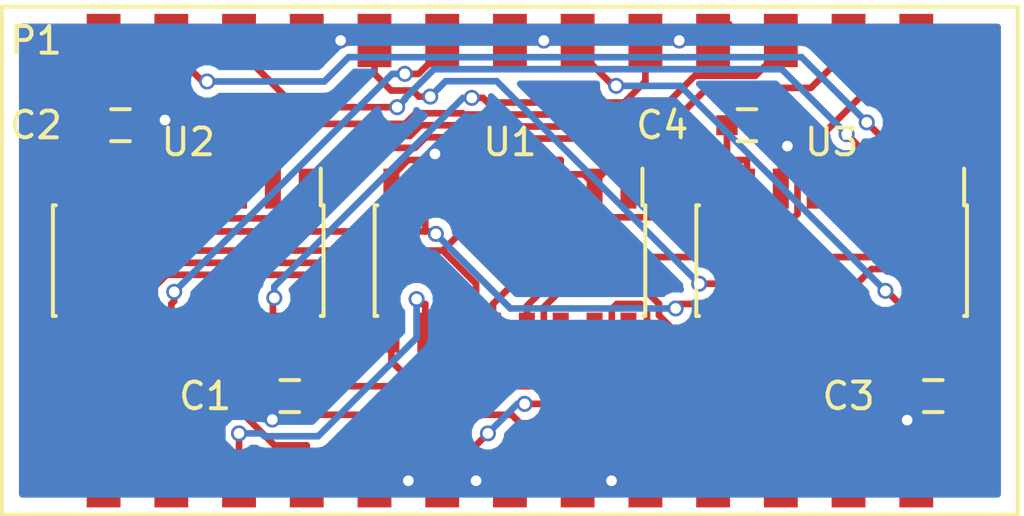
<source format=kicad_pcb>
(kicad_pcb (version 4) (host pcbnew 4.0.1-2.fc23-product)

  (general
    (links 50)
    (no_connects 0)
    (area 85.089499 87.629499 123.190501 106.680501)
    (thickness 1.6)
    (drawings 4)
    (tracks 333)
    (zones 0)
    (modules 8)
    (nets 23)
  )

  (page A4)
  (layers
    (0 F.Cu signal)
    (31 B.Cu signal)
    (32 B.Adhes user)
    (33 F.Adhes user)
    (34 B.Paste user)
    (35 F.Paste user)
    (36 B.SilkS user)
    (37 F.SilkS user)
    (38 B.Mask user)
    (39 F.Mask user)
    (40 Dwgs.User user)
    (41 Cmts.User user)
    (42 Eco1.User user)
    (43 Eco2.User user)
    (44 Edge.Cuts user)
    (45 Margin user)
    (46 B.CrtYd user)
    (47 F.CrtYd user)
    (48 B.Fab user)
    (49 F.Fab user)
  )

  (setup
    (last_trace_width 0.25)
    (trace_clearance 0.2)
    (zone_clearance 0.3)
    (zone_45_only no)
    (trace_min 0.2)
    (segment_width 0.2)
    (edge_width 0.15)
    (via_size 0.6)
    (via_drill 0.4)
    (via_min_size 0.4)
    (via_min_drill 0.3)
    (uvia_size 0.3)
    (uvia_drill 0.1)
    (uvias_allowed no)
    (uvia_min_size 0.2)
    (uvia_min_drill 0.1)
    (pcb_text_width 0.3)
    (pcb_text_size 1.5 1.5)
    (mod_edge_width 0.15)
    (mod_text_size 1 1)
    (mod_text_width 0.15)
    (pad_size 1.524 1.524)
    (pad_drill 0.762)
    (pad_to_mask_clearance 0.1524)
    (aux_axis_origin 0 0)
    (grid_origin 129.54 127)
    (visible_elements FFFFFF7F)
    (pcbplotparams
      (layerselection 0x00030_80000001)
      (usegerberextensions false)
      (excludeedgelayer true)
      (linewidth 0.100000)
      (plotframeref false)
      (viasonmask false)
      (mode 1)
      (useauxorigin false)
      (hpglpennumber 1)
      (hpglpenspeed 20)
      (hpglpendiameter 15)
      (hpglpenoverlay 2)
      (psnegative false)
      (psa4output false)
      (plotreference true)
      (plotvalue true)
      (plotinvisibletext false)
      (padsonsilk false)
      (subtractmaskfromsilk false)
      (outputformat 1)
      (mirror false)
      (drillshape 0)
      (scaleselection 1)
      (outputdirectory ""))
  )

  (net 0 "")
  (net 1 /CH_5-)
  (net 2 /OUT-)
  (net 3 GND)
  (net 4 /CH_4-)
  (net 5 /CH_4+)
  (net 6 /CH_3-)
  (net 7 /CH_3+)
  (net 8 /OUT+)
  (net 9 /CH_5+)
  (net 10 /~VS3)
  (net 11 /~VS4)
  (net 12 VCC)
  (net 13 /CH_2-)
  (net 14 /CH_2+)
  (net 15 /CH_1-)
  (net 16 /CH_1+)
  (net 17 /~VS1)
  (net 18 /~VS2)
  (net 19 VEE)
  (net 20 /SEL_C)
  (net 21 /SEL_B)
  (net 22 /SEL_A)

  (net_class Default "This is the default net class."
    (clearance 0.2)
    (trace_width 0.25)
    (via_dia 0.6)
    (via_drill 0.4)
    (uvia_dia 0.3)
    (uvia_drill 0.1)
    (add_net /CH_1+)
    (add_net /CH_1-)
    (add_net /CH_2+)
    (add_net /CH_2-)
    (add_net /CH_3+)
    (add_net /CH_3-)
    (add_net /CH_4+)
    (add_net /CH_4-)
    (add_net /CH_5+)
    (add_net /CH_5-)
    (add_net /OUT+)
    (add_net /OUT-)
    (add_net /SEL_A)
    (add_net /SEL_B)
    (add_net /SEL_C)
    (add_net /~VS1)
    (add_net /~VS2)
    (add_net /~VS3)
    (add_net /~VS4)
    (add_net GND)
    (add_net VCC)
    (add_net VEE)
  )

  (module Connect:HE10_26D (layer B.Cu) (tedit 576EB536) (tstamp 576DFABF)
    (at 123.19 87.63 180)
    (descr "Connecteur HE10 26 contacts droit")
    (tags "CONN HE10")
    (path /576DD90D)
    (fp_text reference P1 (at 36.83 -1.27 180) (layer F.SilkS)
      (effects (font (size 1 1) (thickness 0.15)))
    )
    (fp_text value DIL_26 (at 2.54 -15.24 180) (layer B.Fab)
      (effects (font (size 1 1) (thickness 0.15)) (justify mirror))
    )
    (fp_line (start 38.1 0) (end 0 0) (layer F.CrtYd) (width 0.15))
    (fp_line (start 38.1 -3.175) (end 38.1 0) (layer F.CrtYd) (width 0.15))
    (fp_line (start 0 -3.175) (end 38.1 -3.175) (layer F.CrtYd) (width 0.15))
    (fp_line (start 0 0) (end 0 -3.175) (layer F.CrtYd) (width 0.15))
    (fp_line (start 38.1 -19.05) (end 0 -19.05) (layer F.CrtYd) (width 0.15))
    (fp_line (start 38.1 -15.875) (end 38.1 -19.05) (layer F.CrtYd) (width 0.15))
    (fp_line (start 0 -15.875) (end 38.1 -15.875) (layer F.CrtYd) (width 0.15))
    (fp_line (start 0 -19.05) (end 0 -15.875) (layer F.CrtYd) (width 0.15))
    (fp_line (start 38.1 0) (end 0 0) (layer F.SilkS) (width 0.15))
    (fp_line (start 38.1 -19.05) (end 38.1 0) (layer F.SilkS) (width 0.15))
    (fp_line (start 0 -19.05) (end 38.1 -19.05) (layer F.SilkS) (width 0.15))
    (fp_line (start 0 0) (end 0 -19.05) (layer F.SilkS) (width 0.15))
    (pad 13 connect rect (at 3.81 -1.27 180) (size 1.27 2) (layers F.Cu F.Mask)
      (net 10 /~VS3))
    (pad 12 connect rect (at 6.35 -1.27 180) (size 1.27 2) (layers F.Cu F.Mask)
      (net 9 /CH_5+))
    (pad 11 connect rect (at 8.89 -1.27 180) (size 1.27 2) (layers F.Cu F.Mask)
      (net 8 /OUT+))
    (pad 10 connect rect (at 11.43 -1.27 180) (size 1.27 2) (layers F.Cu F.Mask)
      (net 3 GND))
    (pad 9 connect rect (at 13.97 -1.27 180) (size 1.27 2) (layers F.Cu F.Mask)
      (net 7 /CH_3+))
    (pad 8 connect rect (at 16.51 -1.27 180) (size 1.27 2) (layers F.Cu F.Mask)
      (net 6 /CH_3-))
    (pad 7 connect rect (at 19.05 -1.27 180) (size 1.27 2) (layers F.Cu F.Mask)
      (net 3 GND))
    (pad 6 connect rect (at 21.59 -1.27 180) (size 1.27 2) (layers F.Cu F.Mask)
      (net 5 /CH_4+))
    (pad 5 connect rect (at 24.13 -1.27 180) (size 1.27 2) (layers F.Cu F.Mask)
      (net 4 /CH_4-))
    (pad 4 connect rect (at 26.67 -1.27 180) (size 1.27 2) (layers F.Cu F.Mask)
      (net 3 GND))
    (pad 3 connect rect (at 29.21 -1.27 180) (size 1.27 2) (layers F.Cu F.Mask)
      (net 2 /OUT-))
    (pad 2 connect rect (at 31.75 -1.27 180) (size 1.27 2) (layers F.Cu F.Mask)
      (net 1 /CH_5-))
    (pad 1 connect rect (at 34.29 -1.27 180) (size 1.27 2) (layers F.Cu F.Mask))
    (pad 26 connect rect (at 34.29 -17.78 180) (size 1.27 2) (layers F.Cu F.Mask)
      (net 19 VEE))
    (pad 25 connect rect (at 31.75 -17.78 180) (size 1.27 2) (layers F.Cu F.Mask)
      (net 18 /~VS2))
    (pad 24 connect rect (at 29.21 -17.78 180) (size 1.27 2) (layers F.Cu F.Mask)
      (net 17 /~VS1))
    (pad 23 connect rect (at 26.67 -17.78 180) (size 1.27 2) (layers F.Cu F.Mask)
      (net 16 /CH_1+))
    (pad 22 connect rect (at 24.13 -17.78 180) (size 1.27 2) (layers F.Cu F.Mask)
      (net 3 GND))
    (pad 21 connect rect (at 21.59 -17.78 180) (size 1.27 2) (layers F.Cu F.Mask)
      (net 15 /CH_1-))
    (pad 20 connect rect (at 19.05 -17.78 180) (size 1.27 2) (layers F.Cu F.Mask)
      (net 3 GND))
    (pad 19 connect rect (at 16.51 -17.78 180) (size 1.27 2) (layers F.Cu F.Mask)
      (net 14 /CH_2+))
    (pad 18 connect rect (at 13.97 -17.78 180) (size 1.27 2) (layers F.Cu F.Mask)
      (net 3 GND))
    (pad 17 connect rect (at 11.43 -17.78 180) (size 1.27 2) (layers F.Cu F.Mask)
      (net 13 /CH_2-))
    (pad 16 connect rect (at 8.89 -17.78 180) (size 1.27 2) (layers F.Cu F.Mask))
    (pad 15 connect rect (at 6.35 -17.78 180) (size 1.27 2) (layers F.Cu F.Mask)
      (net 12 VCC))
    (pad 14 connect rect (at 3.81 -17.78 180) (size 1.27 2) (layers F.Cu F.Mask)
      (net 11 /~VS4))
  )

  (module Housings_SOIC:SOIC-16_3.9x9.9mm_Pitch1.27mm (layer F.Cu) (tedit 54130A77) (tstamp 576DFAD3)
    (at 104.14 97.155 270)
    (descr "16-Lead Plastic Small Outline (SL) - Narrow, 3.90 mm Body [SOIC] (see Microchip Packaging Specification 00000049BS.pdf)")
    (tags "SOIC 1.27")
    (path /576DF250)
    (attr smd)
    (fp_text reference U1 (at -4.445 0 360) (layer F.SilkS)
      (effects (font (size 1 1) (thickness 0.15)))
    )
    (fp_text value 74LS148 (at 0 6 270) (layer F.Fab)
      (effects (font (size 1 1) (thickness 0.15)))
    )
    (fp_line (start -3.7 -5.25) (end -3.7 5.25) (layer F.CrtYd) (width 0.05))
    (fp_line (start 3.7 -5.25) (end 3.7 5.25) (layer F.CrtYd) (width 0.05))
    (fp_line (start -3.7 -5.25) (end 3.7 -5.25) (layer F.CrtYd) (width 0.05))
    (fp_line (start -3.7 5.25) (end 3.7 5.25) (layer F.CrtYd) (width 0.05))
    (fp_line (start -2.075 -5.075) (end -2.075 -4.97) (layer F.SilkS) (width 0.15))
    (fp_line (start 2.075 -5.075) (end 2.075 -4.97) (layer F.SilkS) (width 0.15))
    (fp_line (start 2.075 5.075) (end 2.075 4.97) (layer F.SilkS) (width 0.15))
    (fp_line (start -2.075 5.075) (end -2.075 4.97) (layer F.SilkS) (width 0.15))
    (fp_line (start -2.075 -5.075) (end 2.075 -5.075) (layer F.SilkS) (width 0.15))
    (fp_line (start -2.075 5.075) (end 2.075 5.075) (layer F.SilkS) (width 0.15))
    (fp_line (start -2.075 -4.97) (end -3.45 -4.97) (layer F.SilkS) (width 0.15))
    (pad 1 smd rect (at -2.7 -4.445 270) (size 1.5 0.6) (layers F.Cu F.Paste F.Mask)
      (net 3 GND))
    (pad 2 smd rect (at -2.7 -3.175 270) (size 1.5 0.6) (layers F.Cu F.Paste F.Mask)
      (net 3 GND))
    (pad 3 smd rect (at -2.7 -1.905 270) (size 1.5 0.6) (layers F.Cu F.Paste F.Mask)
      (net 3 GND))
    (pad 4 smd rect (at -2.7 -0.635 270) (size 1.5 0.6) (layers F.Cu F.Paste F.Mask)
      (net 3 GND))
    (pad 5 smd rect (at -2.7 0.635 270) (size 1.5 0.6) (layers F.Cu F.Paste F.Mask)
      (net 3 GND))
    (pad 6 smd rect (at -2.7 1.905 270) (size 1.5 0.6) (layers F.Cu F.Paste F.Mask)
      (net 20 /SEL_C))
    (pad 7 smd rect (at -2.7 3.175 270) (size 1.5 0.6) (layers F.Cu F.Paste F.Mask)
      (net 21 /SEL_B))
    (pad 8 smd rect (at -2.7 4.445 270) (size 1.5 0.6) (layers F.Cu F.Paste F.Mask)
      (net 3 GND))
    (pad 9 smd rect (at 2.7 4.445 270) (size 1.5 0.6) (layers F.Cu F.Paste F.Mask)
      (net 22 /SEL_A))
    (pad 10 smd rect (at 2.7 3.175 270) (size 1.5 0.6) (layers F.Cu F.Paste F.Mask)
      (net 17 /~VS1))
    (pad 11 smd rect (at 2.7 1.905 270) (size 1.5 0.6) (layers F.Cu F.Paste F.Mask)
      (net 18 /~VS2))
    (pad 12 smd rect (at 2.7 0.635 270) (size 1.5 0.6) (layers F.Cu F.Paste F.Mask)
      (net 10 /~VS3))
    (pad 13 smd rect (at 2.7 -0.635 270) (size 1.5 0.6) (layers F.Cu F.Paste F.Mask)
      (net 11 /~VS4))
    (pad 14 smd rect (at 2.7 -1.905 270) (size 1.5 0.6) (layers F.Cu F.Paste F.Mask))
    (pad 15 smd rect (at 2.7 -3.175 270) (size 1.5 0.6) (layers F.Cu F.Paste F.Mask))
    (pad 16 smd rect (at 2.7 -4.445 270) (size 1.5 0.6) (layers F.Cu F.Paste F.Mask)
      (net 12 VCC))
    (model Housings_SOIC.3dshapes/SOIC-16_3.9x9.9mm_Pitch1.27mm.wrl
      (at (xyz 0 0 0))
      (scale (xyz 1 1 1))
      (rotate (xyz 0 0 0))
    )
  )

  (module Housings_SOIC:SOIC-16_3.9x9.9mm_Pitch1.27mm (layer F.Cu) (tedit 54130A77) (tstamp 576DFAE7)
    (at 92.075 97.155 270)
    (descr "16-Lead Plastic Small Outline (SL) - Narrow, 3.90 mm Body [SOIC] (see Microchip Packaging Specification 00000049BS.pdf)")
    (tags "SOIC 1.27")
    (path /576DE5C7)
    (attr smd)
    (fp_text reference U2 (at -4.445 0 360) (layer F.SilkS)
      (effects (font (size 1 1) (thickness 0.15)))
    )
    (fp_text value 4051 (at 0 6 270) (layer F.Fab)
      (effects (font (size 1 1) (thickness 0.15)))
    )
    (fp_line (start -3.7 -5.25) (end -3.7 5.25) (layer F.CrtYd) (width 0.05))
    (fp_line (start 3.7 -5.25) (end 3.7 5.25) (layer F.CrtYd) (width 0.05))
    (fp_line (start -3.7 -5.25) (end 3.7 -5.25) (layer F.CrtYd) (width 0.05))
    (fp_line (start -3.7 5.25) (end 3.7 5.25) (layer F.CrtYd) (width 0.05))
    (fp_line (start -2.075 -5.075) (end -2.075 -4.97) (layer F.SilkS) (width 0.15))
    (fp_line (start 2.075 -5.075) (end 2.075 -4.97) (layer F.SilkS) (width 0.15))
    (fp_line (start 2.075 5.075) (end 2.075 4.97) (layer F.SilkS) (width 0.15))
    (fp_line (start -2.075 5.075) (end -2.075 4.97) (layer F.SilkS) (width 0.15))
    (fp_line (start -2.075 -5.075) (end 2.075 -5.075) (layer F.SilkS) (width 0.15))
    (fp_line (start -2.075 5.075) (end 2.075 5.075) (layer F.SilkS) (width 0.15))
    (fp_line (start -2.075 -4.97) (end -3.45 -4.97) (layer F.SilkS) (width 0.15))
    (pad 1 smd rect (at -2.7 -4.445 270) (size 1.5 0.6) (layers F.Cu F.Paste F.Mask)
      (net 9 /CH_5+))
    (pad 2 smd rect (at -2.7 -3.175 270) (size 1.5 0.6) (layers F.Cu F.Paste F.Mask))
    (pad 3 smd rect (at -2.7 -1.905 270) (size 1.5 0.6) (layers F.Cu F.Paste F.Mask)
      (net 8 /OUT+))
    (pad 4 smd rect (at -2.7 -0.635 270) (size 1.5 0.6) (layers F.Cu F.Paste F.Mask))
    (pad 5 smd rect (at -2.7 0.635 270) (size 1.5 0.6) (layers F.Cu F.Paste F.Mask))
    (pad 6 smd rect (at -2.7 1.905 270) (size 1.5 0.6) (layers F.Cu F.Paste F.Mask)
      (net 3 GND))
    (pad 7 smd rect (at -2.7 3.175 270) (size 1.5 0.6) (layers F.Cu F.Paste F.Mask)
      (net 19 VEE))
    (pad 8 smd rect (at -2.7 4.445 270) (size 1.5 0.6) (layers F.Cu F.Paste F.Mask)
      (net 19 VEE))
    (pad 9 smd rect (at 2.7 4.445 270) (size 1.5 0.6) (layers F.Cu F.Paste F.Mask)
      (net 20 /SEL_C))
    (pad 10 smd rect (at 2.7 3.175 270) (size 1.5 0.6) (layers F.Cu F.Paste F.Mask)
      (net 21 /SEL_B))
    (pad 11 smd rect (at 2.7 1.905 270) (size 1.5 0.6) (layers F.Cu F.Paste F.Mask)
      (net 22 /SEL_A))
    (pad 12 smd rect (at 2.7 0.635 270) (size 1.5 0.6) (layers F.Cu F.Paste F.Mask)
      (net 5 /CH_4+))
    (pad 13 smd rect (at 2.7 -0.635 270) (size 1.5 0.6) (layers F.Cu F.Paste F.Mask)
      (net 16 /CH_1+))
    (pad 14 smd rect (at 2.7 -1.905 270) (size 1.5 0.6) (layers F.Cu F.Paste F.Mask)
      (net 14 /CH_2+))
    (pad 15 smd rect (at 2.7 -3.175 270) (size 1.5 0.6) (layers F.Cu F.Paste F.Mask)
      (net 7 /CH_3+))
    (pad 16 smd rect (at 2.7 -4.445 270) (size 1.5 0.6) (layers F.Cu F.Paste F.Mask)
      (net 12 VCC))
    (model Housings_SOIC.3dshapes/SOIC-16_3.9x9.9mm_Pitch1.27mm.wrl
      (at (xyz 0 0 0))
      (scale (xyz 1 1 1))
      (rotate (xyz 0 0 0))
    )
  )

  (module Housings_SOIC:SOIC-16_3.9x9.9mm_Pitch1.27mm (layer F.Cu) (tedit 54130A77) (tstamp 576DFAFB)
    (at 116.205 97.155 270)
    (descr "16-Lead Plastic Small Outline (SL) - Narrow, 3.90 mm Body [SOIC] (see Microchip Packaging Specification 00000049BS.pdf)")
    (tags "SOIC 1.27")
    (path /576DE5E0)
    (attr smd)
    (fp_text reference U3 (at -4.445 0 360) (layer F.SilkS)
      (effects (font (size 1 1) (thickness 0.15)))
    )
    (fp_text value 4051 (at 0 6 270) (layer F.Fab)
      (effects (font (size 1 1) (thickness 0.15)))
    )
    (fp_line (start -3.7 -5.25) (end -3.7 5.25) (layer F.CrtYd) (width 0.05))
    (fp_line (start 3.7 -5.25) (end 3.7 5.25) (layer F.CrtYd) (width 0.05))
    (fp_line (start -3.7 -5.25) (end 3.7 -5.25) (layer F.CrtYd) (width 0.05))
    (fp_line (start -3.7 5.25) (end 3.7 5.25) (layer F.CrtYd) (width 0.05))
    (fp_line (start -2.075 -5.075) (end -2.075 -4.97) (layer F.SilkS) (width 0.15))
    (fp_line (start 2.075 -5.075) (end 2.075 -4.97) (layer F.SilkS) (width 0.15))
    (fp_line (start 2.075 5.075) (end 2.075 4.97) (layer F.SilkS) (width 0.15))
    (fp_line (start -2.075 5.075) (end -2.075 4.97) (layer F.SilkS) (width 0.15))
    (fp_line (start -2.075 -5.075) (end 2.075 -5.075) (layer F.SilkS) (width 0.15))
    (fp_line (start -2.075 5.075) (end 2.075 5.075) (layer F.SilkS) (width 0.15))
    (fp_line (start -2.075 -4.97) (end -3.45 -4.97) (layer F.SilkS) (width 0.15))
    (pad 1 smd rect (at -2.7 -4.445 270) (size 1.5 0.6) (layers F.Cu F.Paste F.Mask)
      (net 1 /CH_5-))
    (pad 2 smd rect (at -2.7 -3.175 270) (size 1.5 0.6) (layers F.Cu F.Paste F.Mask))
    (pad 3 smd rect (at -2.7 -1.905 270) (size 1.5 0.6) (layers F.Cu F.Paste F.Mask)
      (net 2 /OUT-))
    (pad 4 smd rect (at -2.7 -0.635 270) (size 1.5 0.6) (layers F.Cu F.Paste F.Mask))
    (pad 5 smd rect (at -2.7 0.635 270) (size 1.5 0.6) (layers F.Cu F.Paste F.Mask))
    (pad 6 smd rect (at -2.7 1.905 270) (size 1.5 0.6) (layers F.Cu F.Paste F.Mask)
      (net 3 GND))
    (pad 7 smd rect (at -2.7 3.175 270) (size 1.5 0.6) (layers F.Cu F.Paste F.Mask)
      (net 19 VEE))
    (pad 8 smd rect (at -2.7 4.445 270) (size 1.5 0.6) (layers F.Cu F.Paste F.Mask)
      (net 19 VEE))
    (pad 9 smd rect (at 2.7 4.445 270) (size 1.5 0.6) (layers F.Cu F.Paste F.Mask)
      (net 20 /SEL_C))
    (pad 10 smd rect (at 2.7 3.175 270) (size 1.5 0.6) (layers F.Cu F.Paste F.Mask)
      (net 21 /SEL_B))
    (pad 11 smd rect (at 2.7 1.905 270) (size 1.5 0.6) (layers F.Cu F.Paste F.Mask)
      (net 22 /SEL_A))
    (pad 12 smd rect (at 2.7 0.635 270) (size 1.5 0.6) (layers F.Cu F.Paste F.Mask)
      (net 4 /CH_4-))
    (pad 13 smd rect (at 2.7 -0.635 270) (size 1.5 0.6) (layers F.Cu F.Paste F.Mask)
      (net 15 /CH_1-))
    (pad 14 smd rect (at 2.7 -1.905 270) (size 1.5 0.6) (layers F.Cu F.Paste F.Mask)
      (net 13 /CH_2-))
    (pad 15 smd rect (at 2.7 -3.175 270) (size 1.5 0.6) (layers F.Cu F.Paste F.Mask)
      (net 6 /CH_3-))
    (pad 16 smd rect (at 2.7 -4.445 270) (size 1.5 0.6) (layers F.Cu F.Paste F.Mask)
      (net 12 VCC))
    (model Housings_SOIC.3dshapes/SOIC-16_3.9x9.9mm_Pitch1.27mm.wrl
      (at (xyz 0 0 0))
      (scale (xyz 1 1 1))
      (rotate (xyz 0 0 0))
    )
  )

  (module Capacitors_SMD:C_0603 (layer F.Cu) (tedit 5415D631) (tstamp 576F768E)
    (at 95.885 102.235 180)
    (descr "Capacitor SMD 0603, reflow soldering, AVX (see smccp.pdf)")
    (tags "capacitor 0603")
    (path /576F76A0)
    (attr smd)
    (fp_text reference C1 (at 3.175 0 180) (layer F.SilkS)
      (effects (font (size 1 1) (thickness 0.15)))
    )
    (fp_text value C (at 0 1.9 180) (layer F.Fab)
      (effects (font (size 1 1) (thickness 0.15)))
    )
    (fp_line (start -1.45 -0.75) (end 1.45 -0.75) (layer F.CrtYd) (width 0.05))
    (fp_line (start -1.45 0.75) (end 1.45 0.75) (layer F.CrtYd) (width 0.05))
    (fp_line (start -1.45 -0.75) (end -1.45 0.75) (layer F.CrtYd) (width 0.05))
    (fp_line (start 1.45 -0.75) (end 1.45 0.75) (layer F.CrtYd) (width 0.05))
    (fp_line (start -0.35 -0.6) (end 0.35 -0.6) (layer F.SilkS) (width 0.15))
    (fp_line (start 0.35 0.6) (end -0.35 0.6) (layer F.SilkS) (width 0.15))
    (pad 1 smd rect (at -0.75 0 180) (size 0.8 0.75) (layers F.Cu F.Paste F.Mask)
      (net 12 VCC))
    (pad 2 smd rect (at 0.75 0 180) (size 0.8 0.75) (layers F.Cu F.Paste F.Mask)
      (net 3 GND))
    (model Capacitors_SMD.3dshapes/C_0603.wrl
      (at (xyz 0 0 0))
      (scale (xyz 1 1 1))
      (rotate (xyz 0 0 0))
    )
  )

  (module Capacitors_SMD:C_0603 (layer F.Cu) (tedit 5415D631) (tstamp 576F7694)
    (at 89.535 92.075 180)
    (descr "Capacitor SMD 0603, reflow soldering, AVX (see smccp.pdf)")
    (tags "capacitor 0603")
    (path /576F7721)
    (attr smd)
    (fp_text reference C2 (at 3.175 0 180) (layer F.SilkS)
      (effects (font (size 1 1) (thickness 0.15)))
    )
    (fp_text value C (at 0 1.9 180) (layer F.Fab)
      (effects (font (size 1 1) (thickness 0.15)))
    )
    (fp_line (start -1.45 -0.75) (end 1.45 -0.75) (layer F.CrtYd) (width 0.05))
    (fp_line (start -1.45 0.75) (end 1.45 0.75) (layer F.CrtYd) (width 0.05))
    (fp_line (start -1.45 -0.75) (end -1.45 0.75) (layer F.CrtYd) (width 0.05))
    (fp_line (start 1.45 -0.75) (end 1.45 0.75) (layer F.CrtYd) (width 0.05))
    (fp_line (start -0.35 -0.6) (end 0.35 -0.6) (layer F.SilkS) (width 0.15))
    (fp_line (start 0.35 0.6) (end -0.35 0.6) (layer F.SilkS) (width 0.15))
    (pad 1 smd rect (at -0.75 0 180) (size 0.8 0.75) (layers F.Cu F.Paste F.Mask)
      (net 3 GND))
    (pad 2 smd rect (at 0.75 0 180) (size 0.8 0.75) (layers F.Cu F.Paste F.Mask)
      (net 19 VEE))
    (model Capacitors_SMD.3dshapes/C_0603.wrl
      (at (xyz 0 0 0))
      (scale (xyz 1 1 1))
      (rotate (xyz 0 0 0))
    )
  )

  (module Capacitors_SMD:C_0603 (layer F.Cu) (tedit 5415D631) (tstamp 576F769A)
    (at 120.015 102.235 180)
    (descr "Capacitor SMD 0603, reflow soldering, AVX (see smccp.pdf)")
    (tags "capacitor 0603")
    (path /576F76DD)
    (attr smd)
    (fp_text reference C3 (at 3.175 0 180) (layer F.SilkS)
      (effects (font (size 1 1) (thickness 0.15)))
    )
    (fp_text value C (at 0 1.9 180) (layer F.Fab)
      (effects (font (size 1 1) (thickness 0.15)))
    )
    (fp_line (start -1.45 -0.75) (end 1.45 -0.75) (layer F.CrtYd) (width 0.05))
    (fp_line (start -1.45 0.75) (end 1.45 0.75) (layer F.CrtYd) (width 0.05))
    (fp_line (start -1.45 -0.75) (end -1.45 0.75) (layer F.CrtYd) (width 0.05))
    (fp_line (start 1.45 -0.75) (end 1.45 0.75) (layer F.CrtYd) (width 0.05))
    (fp_line (start -0.35 -0.6) (end 0.35 -0.6) (layer F.SilkS) (width 0.15))
    (fp_line (start 0.35 0.6) (end -0.35 0.6) (layer F.SilkS) (width 0.15))
    (pad 1 smd rect (at -0.75 0 180) (size 0.8 0.75) (layers F.Cu F.Paste F.Mask)
      (net 12 VCC))
    (pad 2 smd rect (at 0.75 0 180) (size 0.8 0.75) (layers F.Cu F.Paste F.Mask)
      (net 3 GND))
    (model Capacitors_SMD.3dshapes/C_0603.wrl
      (at (xyz 0 0 0))
      (scale (xyz 1 1 1))
      (rotate (xyz 0 0 0))
    )
  )

  (module Capacitors_SMD:C_0603 (layer F.Cu) (tedit 5415D631) (tstamp 576F76A0)
    (at 113.03 92.075 180)
    (descr "Capacitor SMD 0603, reflow soldering, AVX (see smccp.pdf)")
    (tags "capacitor 0603")
    (path /576F76FE)
    (attr smd)
    (fp_text reference C4 (at 3.175 0 180) (layer F.SilkS)
      (effects (font (size 1 1) (thickness 0.15)))
    )
    (fp_text value C (at 0 1.9 180) (layer F.Fab)
      (effects (font (size 1 1) (thickness 0.15)))
    )
    (fp_line (start -1.45 -0.75) (end 1.45 -0.75) (layer F.CrtYd) (width 0.05))
    (fp_line (start -1.45 0.75) (end 1.45 0.75) (layer F.CrtYd) (width 0.05))
    (fp_line (start -1.45 -0.75) (end -1.45 0.75) (layer F.CrtYd) (width 0.05))
    (fp_line (start 1.45 -0.75) (end 1.45 0.75) (layer F.CrtYd) (width 0.05))
    (fp_line (start -0.35 -0.6) (end 0.35 -0.6) (layer F.SilkS) (width 0.15))
    (fp_line (start 0.35 0.6) (end -0.35 0.6) (layer F.SilkS) (width 0.15))
    (pad 1 smd rect (at -0.75 0 180) (size 0.8 0.75) (layers F.Cu F.Paste F.Mask)
      (net 3 GND))
    (pad 2 smd rect (at 0.75 0 180) (size 0.8 0.75) (layers F.Cu F.Paste F.Mask)
      (net 19 VEE))
    (model Capacitors_SMD.3dshapes/C_0603.wrl
      (at (xyz 0 0 0))
      (scale (xyz 1 1 1))
      (rotate (xyz 0 0 0))
    )
  )

  (gr_line (start 123.19 106.68) (end 85.09 106.68) (layer Edge.Cuts) (width 0.001))
  (gr_line (start 123.19 87.63) (end 123.19 106.68) (layer Edge.Cuts) (width 0.001))
  (gr_line (start 85.09 87.63) (end 123.19 87.63) (layer Edge.Cuts) (width 0.001))
  (gr_line (start 85.09 106.68) (end 85.09 87.63) (layer Edge.Cuts) (width 0.001))

  (segment (start 117.5227 91.9687) (end 115.079001 89.525001) (width 0.25) (layer B.Cu) (net 1))
  (segment (start 98.090002 89.525002) (end 97.179881 90.435123) (width 0.25) (layer B.Cu) (net 1))
  (segment (start 115.079001 89.525001) (end 98.090002 89.525002) (width 0.25) (layer B.Cu) (net 1))
  (segment (start 97.179881 90.435123) (end 93.207498 90.435123) (width 0.25) (layer B.Cu) (net 1))
  (segment (start 93.207498 90.435123) (end 92.783234 90.435123) (width 0.25) (layer B.Cu) (net 1))
  (segment (start 91.44 89.265) (end 92.610123 90.435123) (width 0.25) (layer F.Cu) (net 1))
  (segment (start 91.44 88.9) (end 91.44 89.265) (width 0.25) (layer F.Cu) (net 1))
  (segment (start 92.610123 90.435123) (end 92.783234 90.435123) (width 0.25) (layer F.Cu) (net 1))
  (via (at 92.783234 90.435123) (size 0.6) (drill 0.4) (layers F.Cu B.Cu) (net 1))
  (via (at 117.5227 91.9687) (size 0.6) (layers F.Cu B.Cu) (net 1))
  (segment (start 118.9337 93.3797) (end 117.5227 91.9687) (width 0.25) (layer F.Cu) (net 1))
  (segment (start 120.65 93.3797) (end 118.9337 93.3797) (width 0.25) (layer F.Cu) (net 1))
  (segment (start 120.65 94.455) (end 120.65 93.3797) (width 0.25) (layer F.Cu) (net 1) (status 10))
  (segment (start 101.295025 89.975013) (end 100.209799 91.060239) (width 0.25) (layer B.Cu) (net 2))
  (segment (start 100.209799 91.100045) (end 99.9098 91.400044) (width 0.25) (layer B.Cu) (net 2))
  (segment (start 100.209799 91.060239) (end 100.209799 91.100045) (width 0.25) (layer B.Cu) (net 2))
  (segment (start 114.332412 89.975012) (end 101.295025 89.975013) (width 0.25) (layer B.Cu) (net 2))
  (segment (start 116.7683 92.4109) (end 114.332412 89.975012) (width 0.25) (layer B.Cu) (net 2))
  (segment (start 93.98 89.265) (end 96.115044 91.400044) (width 0.25) (layer F.Cu) (net 2))
  (segment (start 99.485536 91.400044) (end 99.9098 91.400044) (width 0.25) (layer F.Cu) (net 2))
  (segment (start 96.115044 91.400044) (end 99.485536 91.400044) (width 0.25) (layer F.Cu) (net 2))
  (via (at 99.9098 91.400044) (size 0.6) (drill 0.4) (layers F.Cu B.Cu) (net 2))
  (segment (start 93.98 88.9) (end 93.98 89.265) (width 0.25) (layer F.Cu) (net 2))
  (via (at 116.7683 92.4109) (size 0.6) (layers F.Cu B.Cu) (net 2))
  (segment (start 117.7371 93.3797) (end 116.7683 92.4109) (width 0.25) (layer F.Cu) (net 2))
  (segment (start 118.11 93.3797) (end 117.7371 93.3797) (width 0.25) (layer F.Cu) (net 2))
  (segment (start 118.11 94.455) (end 118.11 93.3797) (width 0.25) (layer F.Cu) (net 2) (status 10))
  (segment (start 99.695 94.455) (end 99.695 94.005) (width 0.25) (layer F.Cu) (net 3))
  (segment (start 103.505 93.9173) (end 102.740912 93.153212) (width 0.25) (layer F.Cu) (net 3))
  (segment (start 100.3203 93.3797) (end 101.102212 93.3797) (width 0.25) (layer F.Cu) (net 3))
  (segment (start 99.695 94.005) (end 100.3203 93.3797) (width 0.25) (layer F.Cu) (net 3))
  (segment (start 101.102212 93.3797) (end 101.3287 93.153212) (width 0.25) (layer F.Cu) (net 3))
  (segment (start 102.740912 93.153212) (end 101.752964 93.153212) (width 0.25) (layer F.Cu) (net 3))
  (segment (start 101.752964 93.153212) (end 101.3287 93.153212) (width 0.25) (layer F.Cu) (net 3))
  (via (at 101.3287 93.153212) (size 0.6) (drill 0.4) (layers F.Cu B.Cu) (net 3))
  (segment (start 114.845399 93.160899) (end 114.5454 92.8609) (width 0.25) (layer B.Cu) (net 3))
  (segment (start 119.358003 97.673503) (end 114.845399 93.160899) (width 0.25) (layer B.Cu) (net 3))
  (segment (start 119.358003 102.815797) (end 119.358003 97.673503) (width 0.25) (layer B.Cu) (net 3))
  (segment (start 119.0374 103.1364) (end 119.358003 102.815797) (width 0.25) (layer B.Cu) (net 3))
  (segment (start 97.79 88.9) (end 96.52 88.9) (width 0.25) (layer F.Cu) (net 3) (status 20))
  (segment (start 105.41 88.9) (end 97.79 88.9) (width 0.25) (layer B.Cu) (net 3))
  (via (at 97.79 88.9) (size 0.6) (drill 0.4) (layers F.Cu B.Cu) (net 3))
  (segment (start 105.41 88.9) (end 104.14 88.9) (width 0.25) (layer F.Cu) (net 3) (status 20))
  (segment (start 110.49 88.9) (end 105.41 88.9) (width 0.25) (layer B.Cu) (net 3))
  (via (at 105.41 88.9) (size 0.6) (drill 0.4) (layers F.Cu B.Cu) (net 3))
  (segment (start 111.76 88.9) (end 110.49 88.9) (width 0.25) (layer F.Cu) (net 3) (status 10))
  (via (at 110.49 88.9) (size 0.6) (drill 0.4) (layers F.Cu B.Cu) (net 3))
  (segment (start 95.2289 103.1156) (end 95.0044 103.1156) (width 0.25) (layer B.Cu) (net 3))
  (segment (start 95.0044 103.1156) (end 94.897298 103.008498) (width 0.25) (layer B.Cu) (net 3))
  (segment (start 94.897298 103.008498) (end 93.6785 103.008498) (width 0.25) (layer B.Cu) (net 3))
  (segment (start 93.6785 103.008498) (end 93.3535 103.333498) (width 0.25) (layer B.Cu) (net 3))
  (segment (start 93.3535 103.333498) (end 93.3535 103.9335) (width 0.25) (layer B.Cu) (net 3))
  (segment (start 93.3535 103.9335) (end 94.83 105.41) (width 0.25) (layer B.Cu) (net 3))
  (segment (start 94.83 105.41) (end 100.33 105.41) (width 0.25) (layer B.Cu) (net 3))
  (segment (start 107.95 105.41) (end 116.7638 105.41) (width 0.25) (layer B.Cu) (net 3))
  (segment (start 116.7638 105.41) (end 119.0374 103.1364) (width 0.25) (layer B.Cu) (net 3))
  (segment (start 107.95 105.41) (end 109.22 105.41) (width 0.25) (layer F.Cu) (net 3) (status 20))
  (segment (start 102.87 105.41) (end 107.95 105.41) (width 0.25) (layer B.Cu) (net 3))
  (via (at 107.95 105.41) (size 0.6) (drill 0.4) (layers F.Cu B.Cu) (net 3))
  (segment (start 102.87 105.41) (end 104.14 105.41) (width 0.25) (layer F.Cu) (net 3) (status 20))
  (segment (start 100.33 105.41) (end 102.87 105.41) (width 0.25) (layer B.Cu) (net 3))
  (via (at 102.87 105.41) (size 0.6) (drill 0.4) (layers F.Cu B.Cu) (net 3))
  (segment (start 99.06 105.41) (end 100.33 105.41) (width 0.25) (layer F.Cu) (net 3) (status 10))
  (via (at 100.33 105.41) (size 0.6) (drill 0.4) (layers F.Cu B.Cu) (net 3))
  (via (at 95.2289 103.1156) (size 0.6) (layers F.Cu B.Cu) (net 3))
  (via (at 114.5454 92.8609) (size 0.6) (layers F.Cu B.Cu) (net 3))
  (via (at 119.0374 103.1364) (size 0.6) (layers F.Cu B.Cu) (net 3))
  (via (at 91.2028 91.8825) (size 0.6) (layers F.Cu B.Cu) (net 3))
  (segment (start 90.17 92.8903) (end 90.17 94.455) (width 0.25) (layer F.Cu) (net 3) (status 20))
  (segment (start 90.285 92.7753) (end 90.17 92.8903) (width 0.25) (layer F.Cu) (net 3))
  (segment (start 90.285 92.075) (end 90.285 92.7753) (width 0.25) (layer F.Cu) (net 3) (status 10))
  (segment (start 95.135 103.0217) (end 95.135 102.235) (width 0.25) (layer F.Cu) (net 3) (status 20))
  (segment (start 95.2289 103.1156) (end 95.135 103.0217) (width 0.25) (layer F.Cu) (net 3))
  (segment (start 99.0898 105.4398) (end 99.06 105.41) (width 0.25) (layer F.Cu) (net 3) (status 30))
  (segment (start 113.78 92.075) (end 113.78 92.7753) (width 0.25) (layer F.Cu) (net 3) (status 10))
  (segment (start 114.4598 92.7753) (end 114.5454 92.8609) (width 0.25) (layer F.Cu) (net 3))
  (segment (start 113.78 92.7753) (end 114.4598 92.7753) (width 0.25) (layer F.Cu) (net 3))
  (segment (start 114.3 93.1063) (end 114.3 94.455) (width 0.25) (layer F.Cu) (net 3) (status 20))
  (segment (start 114.5454 92.8609) (end 114.3 93.1063) (width 0.25) (layer F.Cu) (net 3))
  (segment (start 107.315 94.455) (end 107.315 94.3205) (width 0.25) (layer F.Cu) (net 3) (status 30))
  (segment (start 108.1381 93.3797) (end 108.585 93.3797) (width 0.25) (layer F.Cu) (net 3))
  (segment (start 107.315 94.2028) (end 108.1381 93.3797) (width 0.25) (layer F.Cu) (net 3) (status 10))
  (segment (start 107.315 94.3205) (end 107.315 94.2028) (width 0.25) (layer F.Cu) (net 3) (status 30))
  (segment (start 103.505 93.9173) (end 104.775 93.9173) (width 0.25) (layer F.Cu) (net 3) (status 30))
  (segment (start 103.505 94.455) (end 103.505 93.9173) (width 0.25) (layer F.Cu) (net 3) (status 30))
  (segment (start 119.265 102.235) (end 119.265 102.9353) (width 0.25) (layer F.Cu) (net 3) (status 10))
  (segment (start 119.2385 102.9353) (end 119.265 102.9353) (width 0.25) (layer F.Cu) (net 3))
  (segment (start 119.0374 103.1364) (end 119.2385 102.9353) (width 0.25) (layer F.Cu) (net 3))
  (segment (start 104.775 94.455) (end 104.775 94.1861) (width 0.25) (layer F.Cu) (net 3) (status 30))
  (segment (start 104.775 94.1861) (end 104.775 93.9173) (width 0.25) (layer F.Cu) (net 3) (status 30))
  (segment (start 105.5814 93.3797) (end 106.045 93.3797) (width 0.25) (layer F.Cu) (net 3))
  (segment (start 104.775 94.1861) (end 105.5814 93.3797) (width 0.25) (layer F.Cu) (net 3) (status 10))
  (segment (start 106.045 94.455) (end 106.045 93.9173) (width 0.25) (layer F.Cu) (net 3) (status 30))
  (segment (start 106.045 93.9173) (end 106.045 93.3797) (width 0.25) (layer F.Cu) (net 3) (status 10))
  (segment (start 106.9118 93.9173) (end 107.315 94.3205) (width 0.25) (layer F.Cu) (net 3) (status 20))
  (segment (start 106.045 93.9173) (end 106.9118 93.9173) (width 0.25) (layer F.Cu) (net 3) (status 10))
  (segment (start 108.585 94.455) (end 108.585 93.3797) (width 0.25) (layer F.Cu) (net 3) (status 10))
  (segment (start 90.285 92.075) (end 91.0103 92.075) (width 0.25) (layer F.Cu) (net 3) (status 10))
  (segment (start 91.2028 91.8825) (end 91.0103 92.075) (width 0.25) (layer F.Cu) (net 3))
  (segment (start 111.76 88.9) (end 112.3694 88.2906) (width 0.25) (layer F.Cu) (net 3) (status 30))
  (segment (start 99.06 90.15) (end 99.685024 90.775024) (width 0.25) (layer F.Cu) (net 4))
  (segment (start 103.644024 90.425024) (end 101.728924 90.425024) (width 0.25) (layer B.Cu) (net 4))
  (segment (start 100.726516 91.003168) (end 101.15078 91.003168) (width 0.25) (layer F.Cu) (net 4))
  (segment (start 99.06 88.9) (end 99.06 90.15) (width 0.25) (layer F.Cu) (net 4))
  (via (at 101.15078 91.003168) (size 0.6) (drill 0.4) (layers F.Cu B.Cu) (net 4))
  (segment (start 99.685024 90.775024) (end 100.498372 90.775024) (width 0.25) (layer F.Cu) (net 4))
  (segment (start 111.2397 98.0207) (end 103.644024 90.425024) (width 0.25) (layer B.Cu) (net 4))
  (segment (start 101.450779 90.703169) (end 101.15078 91.003168) (width 0.25) (layer B.Cu) (net 4))
  (segment (start 100.498372 90.775024) (end 100.726516 91.003168) (width 0.25) (layer F.Cu) (net 4))
  (segment (start 101.728924 90.425024) (end 101.450779 90.703169) (width 0.25) (layer B.Cu) (net 4))
  (via (at 111.2397 98.0207) (size 0.6) (layers F.Cu B.Cu) (net 4))
  (segment (start 115.57 99.855) (end 115.57 98.7797) (width 0.25) (layer F.Cu) (net 4) (status 10))
  (segment (start 114.811 98.0207) (end 111.2397 98.0207) (width 0.25) (layer F.Cu) (net 4))
  (segment (start 115.57 98.7797) (end 114.811 98.0207) (width 0.25) (layer F.Cu) (net 4))
  (segment (start 91.5486 98.326) (end 99.724578 90.150022) (width 0.25) (layer B.Cu) (net 5))
  (segment (start 100.619276 90.150022) (end 100.195012 90.150022) (width 0.25) (layer F.Cu) (net 5))
  (segment (start 100.714978 90.150022) (end 100.619276 90.150022) (width 0.25) (layer F.Cu) (net 5))
  (segment (start 101.6 89.265) (end 100.714978 90.150022) (width 0.25) (layer F.Cu) (net 5))
  (segment (start 101.6 88.9) (end 101.6 89.265) (width 0.25) (layer F.Cu) (net 5))
  (segment (start 99.770748 90.150022) (end 100.195012 90.150022) (width 0.25) (layer B.Cu) (net 5))
  (segment (start 99.724578 90.150022) (end 99.770748 90.150022) (width 0.25) (layer B.Cu) (net 5))
  (via (at 100.195012 90.150022) (size 0.6) (drill 0.4) (layers F.Cu B.Cu) (net 5))
  (via (at 91.5486 98.326) (size 0.6) (layers F.Cu B.Cu) (net 5))
  (segment (start 91.5486 98.6711) (end 91.5486 98.326) (width 0.25) (layer F.Cu) (net 5))
  (segment (start 91.44 98.7797) (end 91.5486 98.6711) (width 0.25) (layer F.Cu) (net 5))
  (segment (start 91.44 99.855) (end 91.44 98.7797) (width 0.25) (layer F.Cu) (net 5) (status 10))
  (segment (start 108.015032 90.600032) (end 108.1233 90.600032) (width 0.25) (layer F.Cu) (net 6))
  (segment (start 110.53321 90.600032) (end 108.547564 90.600032) (width 0.25) (layer B.Cu) (net 6))
  (segment (start 118.222044 98.288866) (end 110.53321 90.600032) (width 0.25) (layer B.Cu) (net 6))
  (segment (start 106.68 88.9) (end 106.68 89.265) (width 0.25) (layer F.Cu) (net 6))
  (via (at 108.1233 90.600032) (size 0.6) (drill 0.4) (layers F.Cu B.Cu) (net 6))
  (segment (start 106.68 89.265) (end 108.015032 90.600032) (width 0.25) (layer F.Cu) (net 6))
  (segment (start 108.547564 90.600032) (end 108.1233 90.600032) (width 0.25) (layer B.Cu) (net 6))
  (segment (start 118.263866 98.288866) (end 118.222044 98.288866) (width 0.25) (layer F.Cu) (net 6))
  (segment (start 119.38 99.855) (end 119.38 99.405) (width 0.25) (layer F.Cu) (net 6))
  (segment (start 119.38 99.405) (end 118.263866 98.288866) (width 0.25) (layer F.Cu) (net 6))
  (via (at 118.222044 98.288866) (size 0.6) (drill 0.4) (layers F.Cu B.Cu) (net 6))
  (segment (start 108.423302 91.225034) (end 103.307251 91.225034) (width 0.25) (layer F.Cu) (net 7))
  (segment (start 109.22 90.428336) (end 108.423302 91.225034) (width 0.25) (layer F.Cu) (net 7))
  (segment (start 109.22 88.9) (end 109.22 90.428336) (width 0.25) (layer F.Cu) (net 7))
  (segment (start 103.307251 91.225034) (end 103.132261 91.050044) (width 0.25) (layer F.Cu) (net 7))
  (segment (start 103.132261 91.050044) (end 102.707997 91.050044) (width 0.25) (layer F.Cu) (net 7))
  (segment (start 95.3017 98.5513) (end 95.3017 98.127036) (width 0.25) (layer B.Cu) (net 7))
  (segment (start 95.3017 98.127036) (end 102.378692 91.050044) (width 0.25) (layer B.Cu) (net 7))
  (segment (start 102.378692 91.050044) (end 102.707997 91.050044) (width 0.25) (layer B.Cu) (net 7))
  (via (at 102.707997 91.050044) (size 0.6) (drill 0.4) (layers F.Cu B.Cu) (net 7))
  (via (at 95.3017 98.5513) (size 0.6) (layers F.Cu B.Cu) (net 7))
  (segment (start 95.25 99.855) (end 95.25 98.7797) (width 0.25) (layer F.Cu) (net 7) (status 10))
  (segment (start 95.3017 98.728) (end 95.3017 98.5513) (width 0.25) (layer F.Cu) (net 7))
  (segment (start 95.25 98.7797) (end 95.3017 98.728) (width 0.25) (layer F.Cu) (net 7))
  (segment (start 93.98 94.455) (end 93.98 94.005) (width 0.25) (layer F.Cu) (net 8))
  (segment (start 102.407995 91.675046) (end 109.619954 91.675046) (width 0.25) (layer F.Cu) (net 8))
  (segment (start 93.98 94.005) (end 95.959954 92.025046) (width 0.25) (layer F.Cu) (net 8))
  (segment (start 114.3 89.265) (end 114.3 88.9) (width 0.25) (layer F.Cu) (net 8))
  (segment (start 113.3397 90.2253) (end 114.3 89.265) (width 0.25) (layer F.Cu) (net 8))
  (segment (start 109.619954 91.675046) (end 111.0697 90.2253) (width 0.25) (layer F.Cu) (net 8))
  (segment (start 100.606678 91.62817) (end 102.361119 91.62817) (width 0.25) (layer F.Cu) (net 8))
  (segment (start 95.959954 92.025046) (end 100.209802 92.025046) (width 0.25) (layer F.Cu) (net 8))
  (segment (start 102.361119 91.62817) (end 102.407995 91.675046) (width 0.25) (layer F.Cu) (net 8))
  (segment (start 100.209802 92.025046) (end 100.606678 91.62817) (width 0.25) (layer F.Cu) (net 8))
  (segment (start 111.0697 90.2253) (end 113.3397 90.2253) (width 0.25) (layer F.Cu) (net 8))
  (segment (start 111.5416 90.6756) (end 115.4294 90.6756) (width 0.25) (layer F.Cu) (net 9))
  (segment (start 97.07 94.455) (end 99.049943 92.475057) (width 0.25) (layer F.Cu) (net 9))
  (segment (start 100.396202 92.475057) (end 100.793078 92.078181) (width 0.25) (layer F.Cu) (net 9))
  (segment (start 102.221595 92.125057) (end 110.092143 92.125057) (width 0.25) (layer F.Cu) (net 9))
  (segment (start 96.52 94.455) (end 97.07 94.455) (width 0.25) (layer F.Cu) (net 9))
  (segment (start 99.049943 92.475057) (end 100.396202 92.475057) (width 0.25) (layer F.Cu) (net 9))
  (segment (start 100.793078 92.078181) (end 102.174719 92.078181) (width 0.25) (layer F.Cu) (net 9))
  (segment (start 110.092143 92.125057) (end 111.5416 90.6756) (width 0.25) (layer F.Cu) (net 9))
  (segment (start 115.4294 90.6756) (end 116.84 89.265) (width 0.25) (layer F.Cu) (net 9))
  (segment (start 116.84 89.265) (end 116.84 88.9) (width 0.25) (layer F.Cu) (net 9))
  (segment (start 102.174719 92.078181) (end 102.221595 92.125057) (width 0.25) (layer F.Cu) (net 9))
  (segment (start 103.505 99.855) (end 103.505 98.7797) (width 0.25) (layer F.Cu) (net 10) (status 10))
  (segment (start 119.38 88.9) (end 119.38 90.2253) (width 0.25) (layer F.Cu) (net 10) (status 10))
  (segment (start 106.7543 95.5304) (end 103.505 98.7797) (width 0.25) (layer F.Cu) (net 10))
  (segment (start 114.7953 95.5304) (end 106.7543 95.5304) (width 0.25) (layer F.Cu) (net 10))
  (segment (start 114.9254 95.4003) (end 114.7953 95.5304) (width 0.25) (layer F.Cu) (net 10))
  (segment (start 114.9254 93.3695) (end 114.9254 95.4003) (width 0.25) (layer F.Cu) (net 10))
  (segment (start 118.0696 90.2253) (end 114.9254 93.3695) (width 0.25) (layer F.Cu) (net 10))
  (segment (start 119.38 90.2253) (end 118.0696 90.2253) (width 0.25) (layer F.Cu) (net 10))
  (segment (start 121.4905 98.9427) (end 121.4905 102.9345) (width 0.25) (layer F.Cu) (net 11))
  (segment (start 104.775 98.855) (end 106.609296 97.020704) (width 0.25) (layer F.Cu) (net 11))
  (segment (start 104.775 99.855) (end 104.775 98.855) (width 0.25) (layer F.Cu) (net 11) (status 10))
  (segment (start 119.568504 97.020704) (end 121.4905 98.9427) (width 0.25) (layer F.Cu) (net 11))
  (segment (start 121.4905 102.9345) (end 119.38 105.045) (width 0.25) (layer F.Cu) (net 11) (status 20))
  (segment (start 106.609296 97.020704) (end 119.568504 97.020704) (width 0.25) (layer F.Cu) (net 11))
  (segment (start 119.38 105.045) (end 119.38 105.41) (width 0.25) (layer F.Cu) (net 11) (status 30))
  (segment (start 109.0458 101.3911) (end 108.585 100.9303) (width 0.25) (layer F.Cu) (net 12))
  (segment (start 116.2146 98.9582) (end 116.2146 100.7398) (width 0.25) (layer F.Cu) (net 12))
  (segment (start 115.5633 101.3911) (end 109.0458 101.3911) (width 0.25) (layer F.Cu) (net 12))
  (segment (start 117.702085 97.470715) (end 116.2146 98.9582) (width 0.25) (layer F.Cu) (net 12))
  (segment (start 119.265715 97.470715) (end 117.702085 97.470715) (width 0.25) (layer F.Cu) (net 12))
  (segment (start 120.65 98.855) (end 119.265715 97.470715) (width 0.25) (layer F.Cu) (net 12))
  (segment (start 116.2146 100.7398) (end 115.5633 101.3911) (width 0.25) (layer F.Cu) (net 12))
  (segment (start 120.65 99.855) (end 120.65 98.855) (width 0.25) (layer F.Cu) (net 12) (status 10))
  (segment (start 96.52 99.855) (end 96.52 100.9303) (width 0.25) (layer F.Cu) (net 12) (status 10))
  (segment (start 96.635 101.0453) (end 96.635 101.8662) (width 0.25) (layer F.Cu) (net 12) (status 20))
  (segment (start 96.52 100.9303) (end 96.635 101.0453) (width 0.25) (layer F.Cu) (net 12))
  (segment (start 120.765 102.1048) (end 120.765 101.5347) (width 0.25) (layer F.Cu) (net 12) (status 10))
  (segment (start 120.65 101.4197) (end 120.65 99.855) (width 0.25) (layer F.Cu) (net 12) (status 20))
  (segment (start 120.765 101.5347) (end 120.65 101.4197) (width 0.25) (layer F.Cu) (net 12))
  (segment (start 108.585 99.855) (end 108.585 100.9303) (width 0.25) (layer F.Cu) (net 12) (status 10))
  (segment (start 96.635 102.235) (end 96.635 101.8662) (width 0.25) (layer F.Cu) (net 12) (status 30))
  (segment (start 107.6491 101.8662) (end 108.585 100.9303) (width 0.25) (layer F.Cu) (net 12))
  (segment (start 96.635 101.8662) (end 107.6491 101.8662) (width 0.25) (layer F.Cu) (net 12) (status 10))
  (segment (start 120.765 102.1048) (end 120.765 102.235) (width 0.25) (layer F.Cu) (net 12) (status 30))
  (segment (start 119.6156 104.0847) (end 116.84 104.0847) (width 0.25) (layer F.Cu) (net 12))
  (segment (start 120.765 102.9353) (end 119.6156 104.0847) (width 0.25) (layer F.Cu) (net 12))
  (segment (start 120.765 102.235) (end 120.765 102.9353) (width 0.25) (layer F.Cu) (net 12) (status 10))
  (segment (start 116.84 105.41) (end 116.84 104.0847) (width 0.25) (layer F.Cu) (net 12) (status 10))
  (segment (start 114.9556 104.0847) (end 111.76 104.0847) (width 0.25) (layer F.Cu) (net 13))
  (segment (start 118.11 100.9303) (end 114.9556 104.0847) (width 0.25) (layer F.Cu) (net 13))
  (segment (start 118.11 99.855) (end 118.11 100.9303) (width 0.25) (layer F.Cu) (net 13) (status 10))
  (segment (start 111.76 105.41) (end 111.76 104.0847) (width 0.25) (layer F.Cu) (net 13) (status 10))
  (segment (start 105.3547 104.0847) (end 106.68 104.0847) (width 0.25) (layer F.Cu) (net 14))
  (segment (start 104.2053 102.9353) (end 105.3547 104.0847) (width 0.25) (layer F.Cu) (net 14))
  (segment (start 96.0915 102.9353) (end 104.2053 102.9353) (width 0.25) (layer F.Cu) (net 14))
  (segment (start 95.8604 102.7042) (end 96.0915 102.9353) (width 0.25) (layer F.Cu) (net 14))
  (segment (start 95.8604 101.7023) (end 95.8604 102.7042) (width 0.25) (layer F.Cu) (net 14))
  (segment (start 95.0884 100.9303) (end 95.8604 101.7023) (width 0.25) (layer F.Cu) (net 14))
  (segment (start 93.98 100.9303) (end 95.0884 100.9303) (width 0.25) (layer F.Cu) (net 14))
  (segment (start 93.98 99.855) (end 93.98 100.9303) (width 0.25) (layer F.Cu) (net 14) (status 10))
  (segment (start 106.68 105.41) (end 106.68 104.0847) (width 0.25) (layer F.Cu) (net 14) (status 10))
  (via (at 104.6905 102.5268) (size 0.6) (layers F.Cu B.Cu) (net 15))
  (via (at 103.3144 103.6337) (size 0.6) (layers F.Cu B.Cu) (net 15))
  (segment (start 102.8634 104.0847) (end 101.6 104.0847) (width 0.25) (layer F.Cu) (net 15))
  (segment (start 103.3144 103.6337) (end 102.8634 104.0847) (width 0.25) (layer F.Cu) (net 15))
  (segment (start 101.6 105.41) (end 101.6 104.0847) (width 0.25) (layer F.Cu) (net 15) (status 10))
  (segment (start 116.84 99.855) (end 116.84 100.9303) (width 0.25) (layer F.Cu) (net 15) (status 10))
  (segment (start 104.4213 102.5268) (end 103.3144 103.6337) (width 0.25) (layer B.Cu) (net 15))
  (segment (start 104.6905 102.5268) (end 104.4213 102.5268) (width 0.25) (layer B.Cu) (net 15))
  (segment (start 115.2435 102.5268) (end 104.6905 102.5268) (width 0.25) (layer F.Cu) (net 15))
  (segment (start 116.84 100.9303) (end 115.2435 102.5268) (width 0.25) (layer F.Cu) (net 15))
  (segment (start 95.3136 104.0847) (end 96.52 104.0847) (width 0.25) (layer F.Cu) (net 16))
  (segment (start 92.71 101.4811) (end 95.3136 104.0847) (width 0.25) (layer F.Cu) (net 16))
  (segment (start 92.71 99.855) (end 92.71 101.4811) (width 0.25) (layer F.Cu) (net 16) (status 10))
  (segment (start 96.52 105.41) (end 96.52 104.0847) (width 0.25) (layer F.Cu) (net 16) (status 10))
  (segment (start 93.98 103.634998) (end 93.978501 103.633499) (width 0.25) (layer F.Cu) (net 17))
  (segment (start 93.98 105.41) (end 93.98 103.634998) (width 0.25) (layer F.Cu) (net 17) (status 10))
  (segment (start 93.978501 103.633499) (end 94.821797 103.633499) (width 0.25) (layer B.Cu) (net 17))
  (segment (start 94.821797 103.633499) (end 94.928899 103.740601) (width 0.25) (layer B.Cu) (net 17))
  (segment (start 94.928899 103.740601) (end 96.949199 103.740601) (width 0.25) (layer B.Cu) (net 17))
  (segment (start 96.949199 103.740601) (end 100.6401 100.0497) (width 0.25) (layer B.Cu) (net 17))
  (via (at 93.978501 103.633499) (size 0.6) (drill 0.4) (layers F.Cu B.Cu) (net 17))
  (via (at 100.6401 98.5973) (size 0.6) (layers F.Cu B.Cu) (net 17))
  (segment (start 94.0098 105.4398) (end 93.98 105.41) (width 0.25) (layer F.Cu) (net 17) (status 30))
  (segment (start 100.965 99.855) (end 100.965 98.7797) (width 0.25) (layer F.Cu) (net 17) (status 10))
  (segment (start 100.6401 98.5973) (end 100.6401 100.0497) (width 0.25) (layer B.Cu) (net 17))
  (segment (start 100.8225 98.7797) (end 100.6401 98.5973) (width 0.25) (layer F.Cu) (net 17))
  (segment (start 100.965 98.7797) (end 100.8225 98.7797) (width 0.25) (layer F.Cu) (net 17))
  (segment (start 89.5446 102.1893) (end 91.44 104.0847) (width 0.25) (layer F.Cu) (net 18))
  (segment (start 89.5446 98.7118) (end 89.5446 102.1893) (width 0.25) (layer F.Cu) (net 18))
  (segment (start 91.02 97.2364) (end 89.5446 98.7118) (width 0.25) (layer F.Cu) (net 18))
  (segment (start 100.6917 97.2364) (end 91.02 97.2364) (width 0.25) (layer F.Cu) (net 18))
  (segment (start 102.235 98.7797) (end 100.6917 97.2364) (width 0.25) (layer F.Cu) (net 18))
  (segment (start 102.235 99.855) (end 102.235 98.7797) (width 0.25) (layer F.Cu) (net 18) (status 10))
  (segment (start 91.44 105.41) (end 91.44 104.0847) (width 0.25) (layer F.Cu) (net 18) (status 10))
  (segment (start 110.953268 92.575068) (end 111.76 93.3818) (width 0.25) (layer F.Cu) (net 19))
  (segment (start 102.035195 92.575068) (end 110.953268 92.575068) (width 0.25) (layer F.Cu) (net 19))
  (segment (start 100.979478 92.528192) (end 101.988319 92.528192) (width 0.25) (layer F.Cu) (net 19))
  (segment (start 99.582632 92.925068) (end 100.582602 92.925068) (width 0.25) (layer F.Cu) (net 19))
  (segment (start 100.582602 92.925068) (end 100.979478 92.528192) (width 0.25) (layer F.Cu) (net 19))
  (segment (start 88.9 94.9926) (end 89.4774 95.57) (width 0.25) (layer F.Cu) (net 19))
  (segment (start 89.4774 95.57) (end 96.9377 95.57) (width 0.25) (layer F.Cu) (net 19))
  (segment (start 96.9377 95.57) (end 99.582632 92.925068) (width 0.25) (layer F.Cu) (net 19))
  (segment (start 101.988319 92.528192) (end 102.035195 92.575068) (width 0.25) (layer F.Cu) (net 19))
  (segment (start 88.9 94.455) (end 88.9 92.8903) (width 0.25) (layer F.Cu) (net 19) (status 10))
  (segment (start 88.9 92.8903) (end 88.785 92.7753) (width 0.25) (layer F.Cu) (net 19))
  (segment (start 88.785 92.075) (end 88.785 92.7753) (width 0.25) (layer F.Cu) (net 19) (status 10))
  (segment (start 113.03 94.455) (end 113.03 93.3797) (width 0.25) (layer F.Cu) (net 19) (status 10))
  (segment (start 112.28 92.075) (end 112.28 93.3797) (width 0.25) (layer F.Cu) (net 19) (status 10))
  (segment (start 111.76 93.3797) (end 112.28 93.3797) (width 0.25) (layer F.Cu) (net 19))
  (segment (start 112.28 93.3797) (end 113.03 93.3797) (width 0.25) (layer F.Cu) (net 19))
  (segment (start 88.9 94.455) (end 88.9 94.9926) (width 0.25) (layer F.Cu) (net 19) (status 30))
  (segment (start 87.63 94.455) (end 87.63 94.9926) (width 0.25) (layer F.Cu) (net 19) (status 30))
  (segment (start 88.9 105.41) (end 88.9 104.0847) (width 0.25) (layer F.Cu) (net 19) (status 10))
  (segment (start 88.9 94.9926) (end 87.63 94.9926) (width 0.25) (layer F.Cu) (net 19) (status 30))
  (segment (start 86.4858 101.6705) (end 88.9 104.0847) (width 0.25) (layer F.Cu) (net 19))
  (segment (start 86.4858 96.1368) (end 86.4858 101.6705) (width 0.25) (layer F.Cu) (net 19))
  (segment (start 87.63 94.9926) (end 86.4858 96.1368) (width 0.25) (layer F.Cu) (net 19) (status 10))
  (segment (start 111.76 94.455) (end 111.76 93.3818) (width 0.25) (layer F.Cu) (net 19) (status 10))
  (segment (start 111.76 93.3818) (end 111.76 93.3797) (width 0.25) (layer F.Cu) (net 19))
  (segment (start 109.2546 98.3035) (end 109.73 98.7789) (width 0.25) (layer F.Cu) (net 20))
  (segment (start 106.0083 98.3035) (end 109.2546 98.3035) (width 0.25) (layer F.Cu) (net 20))
  (segment (start 105.41 98.9018) (end 106.0083 98.3035) (width 0.25) (layer F.Cu) (net 20))
  (segment (start 105.41 100.8035) (end 105.41 98.9018) (width 0.25) (layer F.Cu) (net 20))
  (segment (start 105.2832 100.9303) (end 105.41 100.8035) (width 0.25) (layer F.Cu) (net 20))
  (segment (start 103.0702 100.9303) (end 105.2832 100.9303) (width 0.25) (layer F.Cu) (net 20))
  (segment (start 102.87 100.7301) (end 103.0702 100.9303) (width 0.25) (layer F.Cu) (net 20))
  (segment (start 102.87 98.0273) (end 102.87 100.7301) (width 0.25) (layer F.Cu) (net 20))
  (segment (start 102.235 94.455) (end 102.235 96.1613) (width 0.25) (layer F.Cu) (net 20) (status 10))
  (segment (start 101.6195 96.7768) (end 102.235 96.1613) (width 0.25) (layer F.Cu) (net 20))
  (segment (start 90.4664 96.7768) (end 101.6195 96.7768) (width 0.25) (layer F.Cu) (net 20))
  (segment (start 87.63 99.6132) (end 90.4664 96.7768) (width 0.25) (layer F.Cu) (net 20) (status 10))
  (segment (start 87.63 99.855) (end 87.63 99.6132) (width 0.25) (layer F.Cu) (net 20) (status 30))
  (segment (start 110.3776 99.855) (end 111.76 99.855) (width 0.25) (layer F.Cu) (net 20) (status 20))
  (segment (start 109.73 99.2074) (end 110.3776 99.855) (width 0.25) (layer F.Cu) (net 20))
  (segment (start 109.73 98.7789) (end 109.73 99.2074) (width 0.25) (layer F.Cu) (net 20))
  (segment (start 101.6195 96.7768) (end 102.87 98.0273) (width 0.25) (layer F.Cu) (net 20))
  (via (at 101.3604 96.1515) (size 0.6) (layers F.Cu B.Cu) (net 21))
  (segment (start 104.1573 98.9484) (end 101.3604 96.1515) (width 0.25) (layer B.Cu) (net 21))
  (segment (start 101.2688 96.0599) (end 100.965 96.0599) (width 0.25) (layer F.Cu) (net 21))
  (segment (start 101.3604 96.1515) (end 101.2688 96.0599) (width 0.25) (layer F.Cu) (net 21))
  (via (at 110.3553 98.9484) (size 0.6) (layers F.Cu B.Cu) (net 21))
  (segment (start 88.9 99.855) (end 88.9 100.9303) (width 0.25) (layer F.Cu) (net 21) (status 10))
  (segment (start 100.965 94.455) (end 100.965 96.0599) (width 0.25) (layer F.Cu) (net 21) (status 10))
  (segment (start 110.524 98.7797) (end 110.3553 98.9484) (width 0.25) (layer F.Cu) (net 21))
  (segment (start 113.03 98.7797) (end 110.524 98.7797) (width 0.25) (layer F.Cu) (net 21))
  (segment (start 110.3553 98.9484) (end 104.1573 98.9484) (width 0.25) (layer B.Cu) (net 21))
  (segment (start 113.03 99.855) (end 113.03 98.7797) (width 0.25) (layer F.Cu) (net 21) (status 10))
  (segment (start 89.8181 96.0599) (end 100.965 96.0599) (width 0.25) (layer F.Cu) (net 21))
  (segment (start 86.9587 98.9193) (end 89.8181 96.0599) (width 0.25) (layer F.Cu) (net 21))
  (segment (start 86.9587 100.781) (end 86.9587 98.9193) (width 0.25) (layer F.Cu) (net 21))
  (segment (start 87.108 100.9303) (end 86.9587 100.781) (width 0.25) (layer F.Cu) (net 21))
  (segment (start 88.9 100.9303) (end 87.108 100.9303) (width 0.25) (layer F.Cu) (net 21))
  (segment (start 109.0333 98.7797) (end 108.1502 98.7797) (width 0.25) (layer F.Cu) (net 22))
  (segment (start 109.2797 99.0261) (end 109.0333 98.7797) (width 0.25) (layer F.Cu) (net 22))
  (segment (start 109.2797 99.394) (end 109.2797 99.0261) (width 0.25) (layer F.Cu) (net 22))
  (segment (start 110.816 100.9303) (end 109.2797 99.394) (width 0.25) (layer F.Cu) (net 22))
  (segment (start 114.3 99.855) (end 114.3 100.9303) (width 0.25) (layer F.Cu) (net 22) (status 10))
  (segment (start 99.695 100.0255) (end 99.695 100.9303) (width 0.25) (layer F.Cu) (net 22) (status 10))
  (segment (start 100.1453 101.3806) (end 99.695 100.9303) (width 0.25) (layer F.Cu) (net 22))
  (segment (start 107.3188 101.3806) (end 100.1453 101.3806) (width 0.25) (layer F.Cu) (net 22))
  (segment (start 107.9596 100.7398) (end 107.3188 101.3806) (width 0.25) (layer F.Cu) (net 22))
  (segment (start 107.9596 98.9703) (end 107.9596 100.7398) (width 0.25) (layer F.Cu) (net 22))
  (segment (start 108.1502 98.7797) (end 107.9596 98.9703) (width 0.25) (layer F.Cu) (net 22))
  (segment (start 114.3 100.9303) (end 110.816 100.9303) (width 0.25) (layer F.Cu) (net 22))
  (segment (start 90.17 99.855) (end 90.17 98.7797) (width 0.25) (layer F.Cu) (net 22) (status 10))
  (segment (start 99.695 100.0255) (end 99.695 99.855) (width 0.25) (layer F.Cu) (net 22) (status 30))
  (segment (start 99.695 99.855) (end 99.695 98.7797) (width 0.25) (layer F.Cu) (net 22) (status 10))
  (segment (start 98.6021 97.6868) (end 99.695 98.7797) (width 0.25) (layer F.Cu) (net 22))
  (segment (start 91.2629 97.6868) (end 98.6021 97.6868) (width 0.25) (layer F.Cu) (net 22))
  (segment (start 90.17 98.7797) (end 91.2629 97.6868) (width 0.25) (layer F.Cu) (net 22))

  (zone (net 3) (net_name GND) (layer B.Cu) (tstamp 0) (hatch edge 0.508)
    (connect_pads (clearance 0.3))
    (min_thickness 0.254)
    (fill yes (arc_segments 16) (thermal_gap 0.508) (thermal_bridge_width 0.508))
    (polygon
      (pts
        (xy 122.555 88.265) (xy 122.555 106.045) (xy 85.725 106.045) (xy 85.725 88.265)
      )
    )
    (filled_polygon
      (pts
        (xy 122.428 105.918) (xy 85.852 105.918) (xy 85.852 103.777474) (xy 93.251375 103.777474) (xy 93.361821 104.044774)
        (xy 93.566151 104.24946) (xy 93.833257 104.360373) (xy 94.122476 104.360625) (xy 94.389776 104.250179) (xy 94.454569 104.185499)
        (xy 94.620253 104.185499) (xy 94.717657 104.250583) (xy 94.928899 104.292601) (xy 96.949199 104.292601) (xy 97.160441 104.250583)
        (xy 97.339522 104.130924) (xy 97.692771 103.777675) (xy 102.587274 103.777675) (xy 102.69772 104.044975) (xy 102.90205 104.249661)
        (xy 103.169156 104.360574) (xy 103.458375 104.360826) (xy 103.725675 104.25038) (xy 103.930361 104.04605) (xy 104.041274 103.778944)
        (xy 104.041354 103.687392) (xy 104.495664 103.233082) (xy 104.545256 103.253674) (xy 104.834475 103.253926) (xy 105.101775 103.14348)
        (xy 105.306461 102.93915) (xy 105.417374 102.672044) (xy 105.417626 102.382825) (xy 105.30718 102.115525) (xy 105.10285 101.910839)
        (xy 104.835744 101.799926) (xy 104.546525 101.799674) (xy 104.279225 101.91012) (xy 104.09599 102.093037) (xy 104.030977 102.136477)
        (xy 103.260801 102.906653) (xy 103.170425 102.906574) (xy 102.903125 103.01702) (xy 102.698439 103.22135) (xy 102.587526 103.488456)
        (xy 102.587274 103.777675) (xy 97.692771 103.777675) (xy 101.030423 100.440023) (xy 101.150081 100.260942) (xy 101.150082 100.260941)
        (xy 101.1921 100.0497) (xy 101.1921 99.0735) (xy 101.256061 99.00965) (xy 101.366974 98.742544) (xy 101.367226 98.453325)
        (xy 101.25678 98.186025) (xy 101.05245 97.981339) (xy 100.785344 97.870426) (xy 100.496125 97.870174) (xy 100.228825 97.98062)
        (xy 100.024139 98.18495) (xy 99.913226 98.452056) (xy 99.912974 98.741275) (xy 100.02342 99.008575) (xy 100.0881 99.073368)
        (xy 100.0881 99.821054) (xy 96.720553 103.188601) (xy 95.130443 103.188601) (xy 95.033039 103.123517) (xy 94.821797 103.081499)
        (xy 94.454701 103.081499) (xy 94.390851 103.017538) (xy 94.123745 102.906625) (xy 93.834526 102.906373) (xy 93.567226 103.016819)
        (xy 93.36254 103.221149) (xy 93.251627 103.488255) (xy 93.251375 103.777474) (xy 85.852 103.777474) (xy 85.852 98.469975)
        (xy 90.821474 98.469975) (xy 90.93192 98.737275) (xy 91.13625 98.941961) (xy 91.403356 99.052874) (xy 91.692575 99.053126)
        (xy 91.959875 98.94268) (xy 92.164561 98.73835) (xy 92.275474 98.471244) (xy 92.275554 98.379692) (xy 99.182736 91.47251)
        (xy 99.182674 91.544019) (xy 99.29312 91.811319) (xy 99.49745 92.016005) (xy 99.764556 92.126918) (xy 100.053775 92.12717)
        (xy 100.321075 92.016724) (xy 100.525761 91.812394) (xy 100.636674 91.545288) (xy 100.636698 91.51722) (xy 100.73843 91.619129)
        (xy 100.943717 91.704373) (xy 94.911377 97.736713) (xy 94.791718 97.915794) (xy 94.770851 98.0207) (xy 94.76259 98.062233)
        (xy 94.685739 98.13895) (xy 94.574826 98.406056) (xy 94.574574 98.695275) (xy 94.68502 98.962575) (xy 94.88935 99.167261)
        (xy 95.156456 99.278174) (xy 95.445675 99.278426) (xy 95.712975 99.16798) (xy 95.917661 98.96365) (xy 96.028574 98.696544)
        (xy 96.028826 98.407325) (xy 95.962523 98.246859) (xy 102.470692 91.73869) (xy 102.562753 91.776918) (xy 102.851972 91.77717)
        (xy 103.119272 91.666724) (xy 103.323958 91.462394) (xy 103.434871 91.195288) (xy 103.435044 90.99669) (xy 110.512653 98.074299)
        (xy 110.512574 98.164675) (xy 110.543421 98.23933) (xy 110.500544 98.221526) (xy 110.211325 98.221274) (xy 109.944025 98.33172)
        (xy 109.879232 98.3964) (xy 104.385946 98.3964) (xy 102.087447 96.097901) (xy 102.087526 96.007525) (xy 101.97708 95.740225)
        (xy 101.77275 95.535539) (xy 101.505644 95.424626) (xy 101.216425 95.424374) (xy 100.949125 95.53482) (xy 100.744439 95.73915)
        (xy 100.633526 96.006256) (xy 100.633274 96.295475) (xy 100.74372 96.562775) (xy 100.94805 96.767461) (xy 101.215156 96.878374)
        (xy 101.306708 96.878454) (xy 103.766977 99.338723) (xy 103.946058 99.458382) (xy 104.1573 99.5004) (xy 109.8791 99.5004)
        (xy 109.94295 99.564361) (xy 110.210056 99.675274) (xy 110.499275 99.675526) (xy 110.766575 99.56508) (xy 110.971261 99.36075)
        (xy 111.082174 99.093644) (xy 111.082426 98.804425) (xy 111.051579 98.72977) (xy 111.094456 98.747574) (xy 111.383675 98.747826)
        (xy 111.650975 98.63738) (xy 111.855661 98.43305) (xy 111.966574 98.165944) (xy 111.966826 97.876725) (xy 111.85638 97.609425)
        (xy 111.65205 97.404739) (xy 111.384944 97.293826) (xy 111.293392 97.293746) (xy 104.526659 90.527013) (xy 107.396363 90.527013)
        (xy 107.396174 90.744007) (xy 107.50662 91.011307) (xy 107.71095 91.215993) (xy 107.978056 91.326906) (xy 108.267275 91.327158)
        (xy 108.534575 91.216712) (xy 108.599368 91.152032) (xy 110.304564 91.152032) (xy 117.494997 98.342465) (xy 117.494918 98.432841)
        (xy 117.605364 98.700141) (xy 117.809694 98.904827) (xy 118.0768 99.01574) (xy 118.366019 99.015992) (xy 118.633319 98.905546)
        (xy 118.838005 98.701216) (xy 118.948918 98.43411) (xy 118.94917 98.144891) (xy 118.838724 97.877591) (xy 118.634394 97.672905)
        (xy 118.367288 97.561992) (xy 118.275736 97.561912) (xy 111.240836 90.527012) (xy 114.103766 90.527012) (xy 116.041253 92.464499)
        (xy 116.041174 92.554875) (xy 116.15162 92.822175) (xy 116.35595 93.026861) (xy 116.623056 93.137774) (xy 116.912275 93.138026)
        (xy 117.179575 93.02758) (xy 117.384261 92.82325) (xy 117.437256 92.695626) (xy 117.666675 92.695826) (xy 117.933975 92.58538)
        (xy 118.138661 92.38105) (xy 118.249574 92.113944) (xy 118.249826 91.824725) (xy 118.13938 91.557425) (xy 117.93505 91.352739)
        (xy 117.667944 91.241826) (xy 117.576392 91.241746) (xy 115.469324 89.134678) (xy 115.290243 89.015019) (xy 115.079001 88.973001)
        (xy 98.090002 88.973002) (xy 97.878761 89.01502) (xy 97.878759 89.015021) (xy 97.87876 89.015021) (xy 97.699679 89.134679)
        (xy 96.951235 89.883123) (xy 93.259434 89.883123) (xy 93.195584 89.819162) (xy 92.928478 89.708249) (xy 92.639259 89.707997)
        (xy 92.371959 89.818443) (xy 92.167273 90.022773) (xy 92.05636 90.289879) (xy 92.056108 90.579098) (xy 92.166554 90.846398)
        (xy 92.370884 91.051084) (xy 92.63799 91.161997) (xy 92.927209 91.162249) (xy 93.194509 91.051803) (xy 93.259302 90.987123)
        (xy 97.179881 90.987123) (xy 97.391123 90.945105) (xy 97.570204 90.825446) (xy 98.318648 90.077002) (xy 99.016952 90.077002)
        (xy 91.495001 97.598953) (xy 91.404625 97.598874) (xy 91.137325 97.70932) (xy 90.932639 97.91365) (xy 90.821726 98.180756)
        (xy 90.821474 98.469975) (xy 85.852 98.469975) (xy 85.852 88.392) (xy 122.428 88.392)
      )
    )
  )
)

</source>
